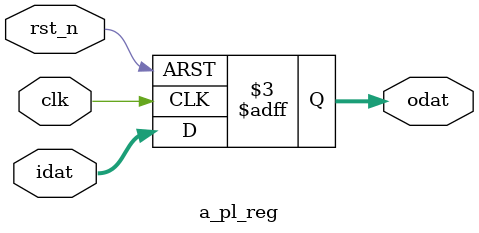
<source format=v>

module a_pl_reg
    (
     clk,
     rst_n,
     idat,
     odat
     );

////////////////////////////////////////////////////////////////////////////////
// Parameter declarations
parameter           SIZE = 8;
parameter           RST_VAL = {SIZE{1'b0}};

////////////////////////////////////////////////////////////////////////////////
// Port declarations
input               clk;
input               rst_n;
input [SIZE-1:0]    idat;
output [SIZE-1:0]   odat;

////////////////////////////////////////////////////////////////////////////////
// Local logic and instantiation
reg [SIZE-1:0]      odat;

always @(posedge clk or negedge rst_n)
    begin
    if (!rst_n) odat <= RST_VAL;
    else        odat <= idat;
    end
    
endmodule 

</source>
